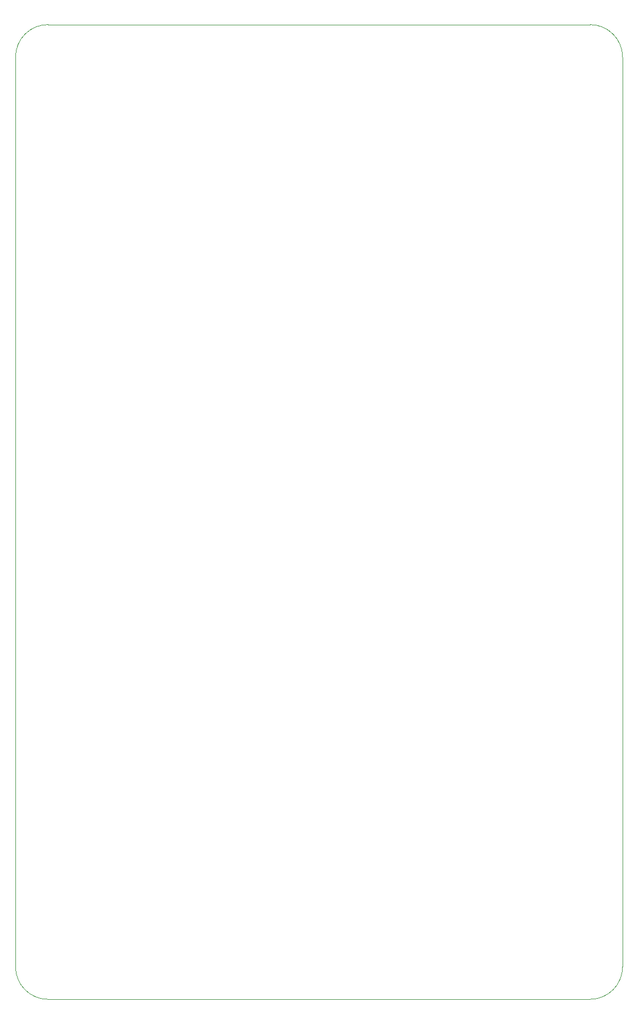
<source format=gm1>
G04 #@! TF.GenerationSoftware,KiCad,Pcbnew,(5.0.0-3-g5ebb6b6)*
G04 #@! TF.CreationDate,2018-10-24T08:18:16-07:00*
G04 #@! TF.ProjectId,HackPackv4,4861636B5061636B76342E6B69636164,rev?*
G04 #@! TF.SameCoordinates,Original*
G04 #@! TF.FileFunction,Profile,NP*
%FSLAX46Y46*%
G04 Gerber Fmt 4.6, Leading zero omitted, Abs format (unit mm)*
G04 Created by KiCad (PCBNEW (5.0.0-3-g5ebb6b6)) date Wednesday, October 24, 2018 at 08:18:16 AM*
%MOMM*%
%LPD*%
G01*
G04 APERTURE LIST*
%ADD10C,0.100000*%
G04 APERTURE END LIST*
D10*
X113450000Y-45000000D02*
X113450000Y-184900000D01*
X113450000Y-45000000D02*
G75*
G03X108450000Y-40000000I-5000000J0D01*
G01*
X25000000Y-40000000D02*
X108450000Y-40000000D01*
X108450000Y-189900000D02*
G75*
G03X113450000Y-184900000I0J5000000D01*
G01*
X25000000Y-189900000D02*
X108450000Y-189900000D01*
X20000000Y-45000000D02*
X20000000Y-184900000D01*
X20000000Y-184900000D02*
G75*
G03X25000000Y-189900000I5000000J0D01*
G01*
X25000000Y-40000000D02*
G75*
G03X20000000Y-45000000I0J-5000000D01*
G01*
M02*

</source>
